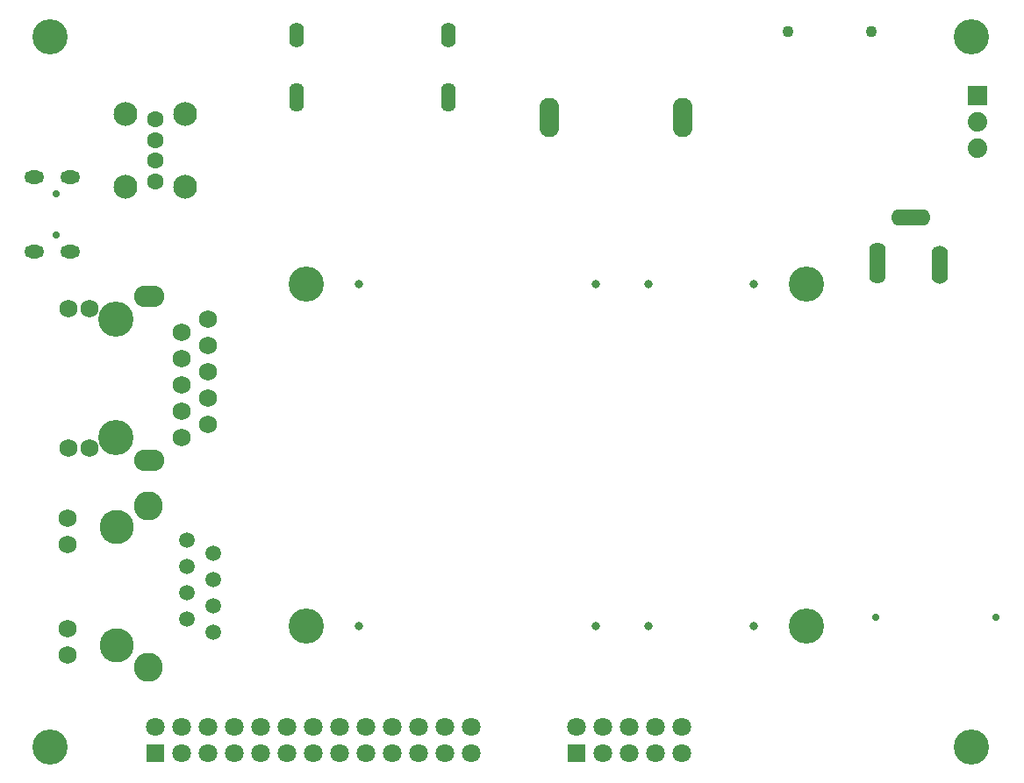
<source format=gbr>
%TF.GenerationSoftware,KiCad,Pcbnew,5.1.6-c6e7f7d~87~ubuntu18.04.1*%
%TF.CreationDate,2021-03-10T15:58:37+02:00*%
%TF.ProjectId,RK3328-SOM-EVB_Rev_A,524b3333-3238-42d5-934f-4d2d4556425f,A*%
%TF.SameCoordinates,Original*%
%TF.FileFunction,Soldermask,Bot*%
%TF.FilePolarity,Negative*%
%FSLAX46Y46*%
G04 Gerber Fmt 4.6, Leading zero omitted, Abs format (unit mm)*
G04 Created by KiCad (PCBNEW 5.1.6-c6e7f7d~87~ubuntu18.04.1) date 2021-03-10 15:58:37*
%MOMM*%
%LPD*%
G01*
G04 APERTURE LIST*
%ADD10C,0.801600*%
%ADD11C,3.401601*%
%ADD12O,1.401600X2.801600*%
%ADD13O,1.401600X2.401600*%
%ADD14C,2.301600*%
%ADD15C,1.601600*%
%ADD16O,1.901600X1.301600*%
%ADD17C,0.701600*%
%ADD18C,1.801600*%
%ADD19R,1.801600X1.801600*%
%ADD20C,1.751600*%
%ADD21O,2.901600X2.101600*%
%ADD22C,3.401600*%
%ADD23C,1.511600*%
%ADD24C,2.801600*%
%ADD25C,3.301600*%
%ADD26C,1.101600*%
%ADD27O,1.601600X4.001600*%
%ADD28O,1.601600X3.701600*%
%ADD29O,3.801600X1.601600*%
%ADD30R,1.879600X1.879600*%
%ADD31C,1.879600*%
%ADD32O,1.901600X3.801600*%
G04 APERTURE END LIST*
D10*
%TO.C,GPIO3*%
X174625000Y-115316000D03*
X164465000Y-115316000D03*
%TD*%
%TO.C,GPIO2*%
X136525000Y-115316000D03*
X159385000Y-115316000D03*
%TD*%
%TO.C,GPIO1*%
X159385000Y-82296000D03*
X136525000Y-82296000D03*
%TD*%
%TO.C,GPIO4*%
X164465000Y-82296000D03*
X174625000Y-82296000D03*
%TD*%
D11*
%TO.C,MH1*%
X131445000Y-115316000D03*
%TD*%
%TO.C,MH2*%
X179705000Y-115316000D03*
%TD*%
%TO.C,MH3*%
X179705000Y-82296000D03*
%TD*%
%TO.C,MH4*%
X131445000Y-82296000D03*
%TD*%
D12*
%TO.C,HDMI1*%
X145095000Y-64290000D03*
X130495000Y-64290000D03*
D13*
X130495000Y-58240000D03*
X145095000Y-58240000D03*
%TD*%
D14*
%TO.C,USB-HOST1*%
X119690000Y-72921000D03*
X113990000Y-72921000D03*
X119690000Y-65921000D03*
X113990000Y-65921000D03*
D15*
X116840000Y-66421000D03*
X116840000Y-68421000D03*
X116840000Y-70421000D03*
X116840000Y-72421000D03*
%TD*%
D16*
%TO.C,USB-OTG1*%
X105160000Y-79165000D03*
X108630000Y-79165000D03*
X108630000Y-71965000D03*
X105160000Y-71965000D03*
D17*
X107310000Y-77565000D03*
X107310000Y-73565000D03*
%TD*%
D18*
%TO.C,EXT1*%
X139700000Y-125095000D03*
X139700000Y-127635000D03*
X134620000Y-127635000D03*
X134620000Y-125095000D03*
X137160000Y-127635000D03*
X137160000Y-125095000D03*
X132080000Y-125095000D03*
X132080000Y-127635000D03*
X129540000Y-125095000D03*
X129540000Y-127635000D03*
D19*
X116840000Y-127635000D03*
D18*
X116840000Y-125095000D03*
X119380000Y-127635000D03*
X119380000Y-125095000D03*
X121920000Y-127635000D03*
X121920000Y-125095000D03*
X124460000Y-127635000D03*
X124460000Y-125095000D03*
X127000000Y-127635000D03*
X127000000Y-125095000D03*
X142240000Y-125095000D03*
X142240000Y-127635000D03*
X144780000Y-127635000D03*
X144780000Y-125095000D03*
X147320000Y-125095000D03*
X147320000Y-127635000D03*
%TD*%
D17*
%TO.C,Flash_Con1*%
X197951000Y-114530000D03*
X186351000Y-114530000D03*
%TD*%
D20*
%TO.C,LAN1*%
X119380000Y-97155000D03*
X121920000Y-95885000D03*
X119380000Y-94615000D03*
X121920000Y-93345000D03*
X119380000Y-92075000D03*
X121920000Y-90805000D03*
X119380000Y-89535000D03*
X121920000Y-88265000D03*
X119380000Y-86995000D03*
X121920000Y-85725000D03*
X110490000Y-98171000D03*
X108458000Y-98171000D03*
X110490000Y-84709000D03*
X108458000Y-84709000D03*
D21*
X116230000Y-99340000D03*
X116230000Y-83540000D03*
D22*
X113030000Y-97155000D03*
X113030000Y-85725000D03*
%TD*%
D23*
%TO.C,LAN2*%
X119857000Y-107051000D03*
X122397000Y-108321000D03*
X119857000Y-109591000D03*
X122397000Y-110861000D03*
X119857000Y-112131000D03*
X122397000Y-113401000D03*
X119857000Y-114671000D03*
X122397000Y-115941000D03*
D20*
X108408500Y-115576000D03*
X108408500Y-104896000D03*
D24*
X116207000Y-103706000D03*
X116207000Y-119306000D03*
D20*
X108408500Y-118116000D03*
X108408500Y-107436000D03*
D25*
X113157000Y-105791000D03*
X113157000Y-117221000D03*
%TD*%
D26*
%TO.C,MICRO_SD1*%
X185928000Y-57962800D03*
X177927000Y-57962800D03*
%TD*%
D27*
%TO.C,PWR_J1*%
X186505000Y-80315000D03*
D28*
X192505000Y-80465000D03*
D29*
X189759000Y-75865000D03*
%TD*%
D30*
%TO.C,UART_DBG1*%
X196215000Y-64135000D03*
D31*
X196215000Y-66675000D03*
X196215000Y-69215000D03*
%TD*%
D19*
%TO.C,UEXT1*%
X157480000Y-127635000D03*
D18*
X157480000Y-125095000D03*
X160020000Y-127635000D03*
X160020000Y-125095000D03*
X162560000Y-127635000D03*
X162560000Y-125095000D03*
X165100000Y-127635000D03*
X165100000Y-125095000D03*
X167640000Y-127635000D03*
X167640000Y-125095000D03*
%TD*%
D32*
%TO.C,USB3.0_TYPE-A1*%
X167690000Y-66210000D03*
X154890000Y-66210000D03*
%TD*%
D11*
%TO.C,MH5*%
X106680000Y-127000000D03*
%TD*%
%TO.C,MH6*%
X106680000Y-58420000D03*
%TD*%
%TO.C,MH7*%
X195580000Y-58420000D03*
%TD*%
%TO.C,MH8*%
X195580000Y-127000000D03*
%TD*%
M02*

</source>
